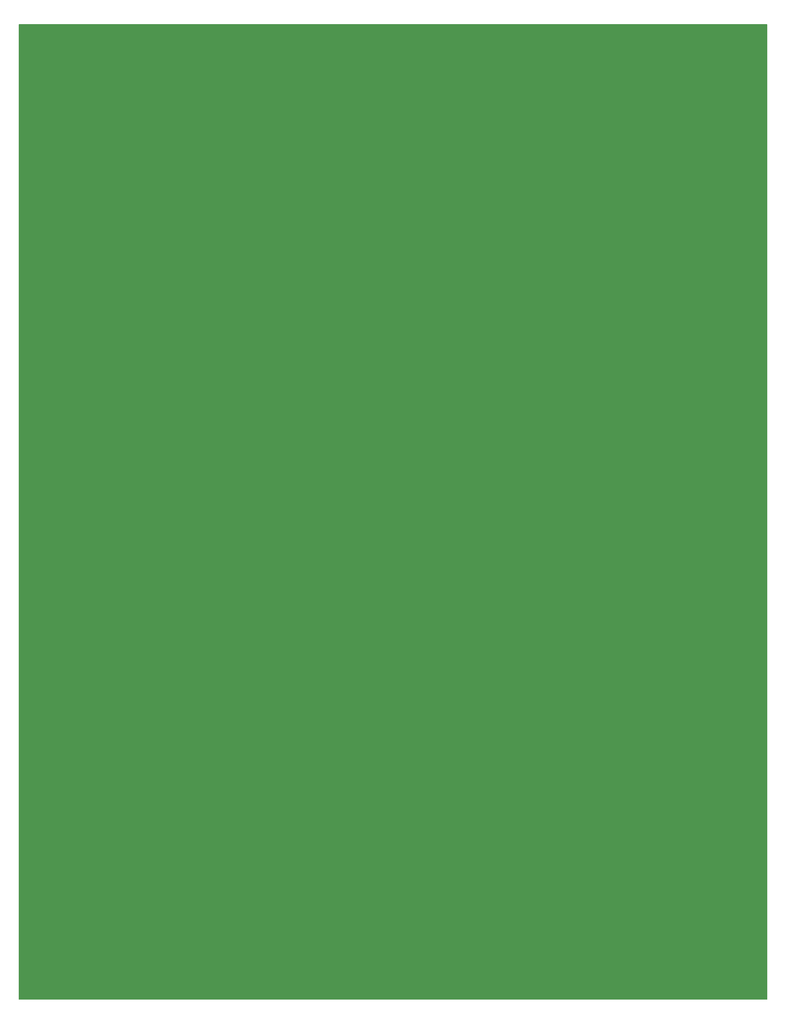
<source format=gts>
G04 #@! TF.GenerationSoftware,KiCad,Pcbnew,7.0.2*
G04 #@! TF.CreationDate,2023-05-23T01:15:53+02:00*
G04 #@! TF.ProjectId,kim-1,6b696d2d-312e-46b6-9963-61645f706362,rev?*
G04 #@! TF.SameCoordinates,Original*
G04 #@! TF.FileFunction,Soldermask,Top*
G04 #@! TF.FilePolarity,Negative*
%FSLAX46Y46*%
G04 Gerber Fmt 4.6, Leading zero omitted, Abs format (unit mm)*
G04 Created by KiCad (PCBNEW 7.0.2) date 2023-05-23 01:15:53*
%MOMM*%
%LPD*%
G01*
G04 APERTURE LIST*
G04 Aperture macros list*
%AMRoundRect*
0 Rectangle with rounded corners*
0 $1 Rounding radius*
0 $2 $3 $4 $5 $6 $7 $8 $9 X,Y pos of 4 corners*
0 Add a 4 corners polygon primitive as box body*
4,1,4,$2,$3,$4,$5,$6,$7,$8,$9,$2,$3,0*
0 Add four circle primitives for the rounded corners*
1,1,$1+$1,$2,$3*
1,1,$1+$1,$4,$5*
1,1,$1+$1,$6,$7*
1,1,$1+$1,$8,$9*
0 Add four rect primitives between the rounded corners*
20,1,$1+$1,$2,$3,$4,$5,0*
20,1,$1+$1,$4,$5,$6,$7,0*
20,1,$1+$1,$6,$7,$8,$9,0*
20,1,$1+$1,$8,$9,$2,$3,0*%
G04 Aperture macros list end*
%ADD10C,0.150000*%
%ADD11C,1.200000*%
%ADD12C,0.120000*%
%ADD13C,1.500000*%
%ADD14C,0.800000*%
%ADD15C,2.200000*%
%ADD16C,1.600000*%
%ADD17O,1.600000X1.600000*%
%ADD18C,4.300000*%
%ADD19C,2.500000*%
%ADD20O,1.200000X1.200000*%
%ADD21C,2.340000*%
%ADD22RoundRect,1.170000X1.330000X0.000000X-1.330000X0.000000X-1.330000X0.000000X1.330000X0.000000X0*%
%ADD23RoundRect,0.600000X1.000000X0.000000X-1.000000X0.000000X-1.000000X0.000000X1.000000X0.000000X0*%
%ADD24RoundRect,0.765000X0.085000X-0.735000X0.085000X0.735000X-0.085000X0.735000X-0.085000X-0.735000X0*%
%ADD25C,2.700000*%
%ADD26O,1.600000X1.500000*%
%ADD27O,2.200000X2.200000*%
%ADD28RoundRect,0.600000X0.000000X1.000000X0.000000X-1.000000X0.000000X-1.000000X0.000000X1.000000X0*%
G04 APERTURE END LIST*
D10*
X41860000Y-55020000D02*
X254760000Y-55020000D01*
X254760000Y-332220000D01*
X41860000Y-332220000D01*
X41860000Y-55020000D01*
G36*
X41860000Y-55020000D02*
G01*
X254760000Y-55020000D01*
X254760000Y-332220000D01*
X41860000Y-332220000D01*
X41860000Y-55020000D01*
G37*
G04 #@! TO.C,U11*
G36*
X174008825Y-81133954D02*
G01*
X156228825Y-81133954D01*
X156228825Y-78733954D01*
X174008825Y-78733954D01*
X174008825Y-81133954D01*
G37*
G36*
X174008825Y-88753954D02*
G01*
X156228825Y-88753954D01*
X156228825Y-86353954D01*
X174008825Y-86353954D01*
X174008825Y-88753954D01*
G37*
D11*
X174608825Y-79933954D02*
G75*
G03*
X174608825Y-79933954I-600000J0D01*
G01*
X156828825Y-79933954D02*
G75*
G03*
X156828825Y-79933954I-600000J0D01*
G01*
X174608825Y-87553954D02*
G75*
G03*
X174608825Y-87553954I-600000J0D01*
G01*
X156828825Y-87553954D02*
G75*
G03*
X156828825Y-87553954I-600000J0D01*
G01*
G04 #@! TO.C,U8*
G36*
X174008825Y-119133954D02*
G01*
X156228825Y-119133954D01*
X156228825Y-116733954D01*
X174008825Y-116733954D01*
X174008825Y-119133954D01*
G37*
G36*
X174008825Y-126753954D02*
G01*
X156228825Y-126753954D01*
X156228825Y-124353954D01*
X174008825Y-124353954D01*
X174008825Y-126753954D01*
G37*
X174608825Y-117933954D02*
G75*
G03*
X174608825Y-117933954I-600000J0D01*
G01*
X156828825Y-117933954D02*
G75*
G03*
X156828825Y-117933954I-600000J0D01*
G01*
X174608825Y-125553954D02*
G75*
G03*
X174608825Y-125553954I-600000J0D01*
G01*
X156828825Y-125553954D02*
G75*
G03*
X156828825Y-125553954I-600000J0D01*
G01*
D12*
G04 #@! TO.C,P1*
X43058825Y-68473954D02*
X53118825Y-68473954D01*
X53118825Y-68473954D02*
X53118825Y-159713954D01*
X53118825Y-159713954D02*
X43058825Y-159713954D01*
X43058825Y-159713954D02*
X43058825Y-68473954D01*
G36*
X43058825Y-68473954D02*
G01*
X53118825Y-68473954D01*
X53118825Y-159713954D01*
X43058825Y-159713954D01*
X43058825Y-68473954D01*
G37*
G04 #@! TO.C,U26*
G36*
X151368825Y-264983954D02*
G01*
X153768825Y-264983954D01*
X153768825Y-249743954D01*
X151368825Y-249743954D01*
X151368825Y-264983954D01*
G37*
G36*
X158988825Y-264983954D02*
G01*
X161388825Y-264983954D01*
X161388825Y-249743954D01*
X158988825Y-249743954D01*
X158988825Y-264983954D01*
G37*
D11*
X153168825Y-264983954D02*
G75*
G03*
X153168825Y-264983954I-600000J0D01*
G01*
X160788825Y-264983954D02*
G75*
G03*
X160788825Y-264983954I-600000J0D01*
G01*
X153168825Y-249743954D02*
G75*
G03*
X153168825Y-249743954I-600000J0D01*
G01*
X160788825Y-249743954D02*
G75*
G03*
X160788825Y-249743954I-600000J0D01*
G01*
G04 #@! TO.C,U10*
G36*
X174008825Y-93743954D02*
G01*
X156228825Y-93743954D01*
X156228825Y-91343954D01*
X174008825Y-91343954D01*
X174008825Y-93743954D01*
G37*
G36*
X174008825Y-101363954D02*
G01*
X156228825Y-101363954D01*
X156228825Y-98963954D01*
X174008825Y-98963954D01*
X174008825Y-101363954D01*
G37*
X174608825Y-92543954D02*
G75*
G03*
X174608825Y-92543954I-600000J0D01*
G01*
X156828825Y-92543954D02*
G75*
G03*
X156828825Y-92543954I-600000J0D01*
G01*
X174608825Y-100163954D02*
G75*
G03*
X174608825Y-100163954I-600000J0D01*
G01*
X156828825Y-100163954D02*
G75*
G03*
X156828825Y-100163954I-600000J0D01*
G01*
G04 #@! TO.C,U17*
G36*
X203948825Y-164233954D02*
G01*
X207748825Y-164233954D01*
X207748825Y-162833954D01*
X203948825Y-162833954D01*
X203948825Y-164233954D01*
G37*
G36*
X203948825Y-161693954D02*
G01*
X207748825Y-161693954D01*
X207748825Y-160293954D01*
X203948825Y-160293954D01*
X203948825Y-161693954D01*
G37*
G36*
X203948825Y-159153954D02*
G01*
X207748825Y-159153954D01*
X207748825Y-157753954D01*
X203948825Y-157753954D01*
X203948825Y-159153954D01*
G37*
G36*
X203948825Y-156613954D02*
G01*
X207748825Y-156613954D01*
X207748825Y-155213954D01*
X203948825Y-155213954D01*
X203948825Y-156613954D01*
G37*
G36*
X203948825Y-154073954D02*
G01*
X207748825Y-154073954D01*
X207748825Y-152673954D01*
X203948825Y-152673954D01*
X203948825Y-154073954D01*
G37*
G36*
X203948825Y-151533954D02*
G01*
X207748825Y-151533954D01*
X207748825Y-150133954D01*
X203948825Y-150133954D01*
X203948825Y-151533954D01*
G37*
G36*
X203948825Y-148993954D02*
G01*
X207748825Y-148993954D01*
X207748825Y-147593954D01*
X203948825Y-147593954D01*
X203948825Y-148993954D01*
G37*
G36*
X196328825Y-164233954D02*
G01*
X200128825Y-164233954D01*
X200128825Y-162833954D01*
X196328825Y-162833954D01*
X196328825Y-164233954D01*
G37*
G36*
X196328825Y-161693954D02*
G01*
X200128825Y-161693954D01*
X200128825Y-160293954D01*
X196328825Y-160293954D01*
X196328825Y-161693954D01*
G37*
G36*
X196328825Y-159153954D02*
G01*
X200128825Y-159153954D01*
X200128825Y-157753954D01*
X196328825Y-157753954D01*
X196328825Y-159153954D01*
G37*
G36*
X196328825Y-156613954D02*
G01*
X200128825Y-156613954D01*
X200128825Y-155213954D01*
X196328825Y-155213954D01*
X196328825Y-156613954D01*
G37*
G36*
X196328825Y-154073954D02*
G01*
X200128825Y-154073954D01*
X200128825Y-152673954D01*
X196328825Y-152673954D01*
X196328825Y-154073954D01*
G37*
G36*
X196328825Y-151533954D02*
G01*
X200128825Y-151533954D01*
X200128825Y-150133954D01*
X196328825Y-150133954D01*
X196328825Y-151533954D01*
G37*
G36*
X196328825Y-148993954D02*
G01*
X200128825Y-148993954D01*
X200128825Y-147593954D01*
X196328825Y-147593954D01*
X196328825Y-148993954D01*
G37*
G04 #@! TO.C,U24*
G36*
X158938825Y-225763954D02*
G01*
X161338825Y-225763954D01*
X161338825Y-223223954D01*
X158938825Y-223223954D01*
X158938825Y-225763954D01*
G37*
G36*
X158938825Y-207983954D02*
G01*
X161338825Y-207983954D01*
X161338825Y-215603954D01*
X158938825Y-215603954D01*
X158938825Y-207983954D01*
G37*
G36*
X158238825Y-221383954D02*
G01*
X162038825Y-221383954D01*
X162038825Y-219983954D01*
X158238825Y-219983954D01*
X158238825Y-221383954D01*
G37*
G36*
X158238825Y-218843954D02*
G01*
X162038825Y-218843954D01*
X162038825Y-217443954D01*
X158238825Y-217443954D01*
X158238825Y-218843954D01*
G37*
G36*
X151318825Y-225763954D02*
G01*
X153718825Y-225763954D01*
X153718825Y-207983954D01*
X151318825Y-207983954D01*
X151318825Y-225763954D01*
G37*
X160738825Y-225763954D02*
G75*
G03*
X160738825Y-225763954I-600000J0D01*
G01*
X160738825Y-223223954D02*
G75*
G03*
X160738825Y-223223954I-600000J0D01*
G01*
X160738825Y-215603954D02*
G75*
G03*
X160738825Y-215603954I-600000J0D01*
G01*
X160738825Y-207983954D02*
G75*
G03*
X160738825Y-207983954I-600000J0D01*
G01*
X153118825Y-225763954D02*
G75*
G03*
X153118825Y-225763954I-600000J0D01*
G01*
X153118825Y-207983954D02*
G75*
G03*
X153118825Y-207983954I-600000J0D01*
G01*
G04 #@! TO.C,U5*
G36*
X174008825Y-157043954D02*
G01*
X156228825Y-157043954D01*
X156228825Y-154643954D01*
X174008825Y-154643954D01*
X174008825Y-157043954D01*
G37*
G36*
X174008825Y-164663954D02*
G01*
X156228825Y-164663954D01*
X156228825Y-162263954D01*
X174008825Y-162263954D01*
X174008825Y-164663954D01*
G37*
X174608825Y-155843954D02*
G75*
G03*
X174608825Y-155843954I-600000J0D01*
G01*
X156828825Y-155843954D02*
G75*
G03*
X156828825Y-155843954I-600000J0D01*
G01*
X174608825Y-163463954D02*
G75*
G03*
X174608825Y-163463954I-600000J0D01*
G01*
X156828825Y-163463954D02*
G75*
G03*
X156828825Y-163463954I-600000J0D01*
G01*
G04 #@! TO.C,J1*
G36*
X193148825Y-230563954D02*
G01*
X228708825Y-230563954D01*
X228708825Y-227563954D01*
X193148825Y-227563954D01*
X193148825Y-230563954D01*
G37*
D13*
X193898825Y-229063954D02*
G75*
G03*
X193898825Y-229063954I-750000J0D01*
G01*
X229458825Y-229063954D02*
G75*
G03*
X229458825Y-229063954I-750000J0D01*
G01*
G04 #@! TO.C,U23*
G36*
X234958825Y-197703954D02*
G01*
X232558825Y-197703954D01*
X232558825Y-212943954D01*
X234958825Y-212943954D01*
X234958825Y-197703954D01*
G37*
G36*
X242578825Y-197703954D02*
G01*
X240178825Y-197703954D01*
X240178825Y-212943954D01*
X242578825Y-212943954D01*
X242578825Y-197703954D01*
G37*
D11*
X234358825Y-197703954D02*
G75*
G03*
X234358825Y-197703954I-600000J0D01*
G01*
X234358825Y-212943954D02*
G75*
G03*
X234358825Y-212943954I-600000J0D01*
G01*
X241978825Y-197703954D02*
G75*
G03*
X241978825Y-197703954I-600000J0D01*
G01*
X241978825Y-212943954D02*
G75*
G03*
X241978825Y-212943954I-600000J0D01*
G01*
G04 #@! TO.C,U25*
G36*
X151448825Y-286483954D02*
G01*
X153848825Y-286483954D01*
X153848825Y-271243954D01*
X151448825Y-271243954D01*
X151448825Y-286483954D01*
G37*
G36*
X159068825Y-286483954D02*
G01*
X161468825Y-286483954D01*
X161468825Y-271243954D01*
X159068825Y-271243954D01*
X159068825Y-286483954D01*
G37*
X153248825Y-286483954D02*
G75*
G03*
X153248825Y-286483954I-600000J0D01*
G01*
X160868825Y-286483954D02*
G75*
G03*
X160868825Y-286483954I-600000J0D01*
G01*
X153248825Y-271243954D02*
G75*
G03*
X153248825Y-271243954I-600000J0D01*
G01*
X160868825Y-271243954D02*
G75*
G03*
X160868825Y-271243954I-600000J0D01*
G01*
G04 #@! TO.C,U7*
G36*
X174008825Y-131883954D02*
G01*
X156228825Y-131883954D01*
X156228825Y-129483954D01*
X174008825Y-129483954D01*
X174008825Y-131883954D01*
G37*
G36*
X174008825Y-139503954D02*
G01*
X156228825Y-139503954D01*
X156228825Y-137103954D01*
X174008825Y-137103954D01*
X174008825Y-139503954D01*
G37*
X174608825Y-130683954D02*
G75*
G03*
X174608825Y-130683954I-600000J0D01*
G01*
X156828825Y-130683954D02*
G75*
G03*
X156828825Y-130683954I-600000J0D01*
G01*
X174608825Y-138303954D02*
G75*
G03*
X174608825Y-138303954I-600000J0D01*
G01*
X156828825Y-138303954D02*
G75*
G03*
X156828825Y-138303954I-600000J0D01*
G01*
G04 #@! TO.C,U9*
G36*
X174008825Y-106553954D02*
G01*
X156228825Y-106553954D01*
X156228825Y-104153954D01*
X174008825Y-104153954D01*
X174008825Y-106553954D01*
G37*
G36*
X174008825Y-114173954D02*
G01*
X156228825Y-114173954D01*
X156228825Y-111773954D01*
X174008825Y-111773954D01*
X174008825Y-114173954D01*
G37*
X174608825Y-105353954D02*
G75*
G03*
X174608825Y-105353954I-600000J0D01*
G01*
X156828825Y-105353954D02*
G75*
G03*
X156828825Y-105353954I-600000J0D01*
G01*
X174608825Y-112973954D02*
G75*
G03*
X174608825Y-112973954I-600000J0D01*
G01*
X156828825Y-112973954D02*
G75*
G03*
X156828825Y-112973954I-600000J0D01*
G01*
G04 #@! TO.C,U21*
G36*
X210178825Y-197703954D02*
G01*
X207778825Y-197703954D01*
X207778825Y-212943954D01*
X210178825Y-212943954D01*
X210178825Y-197703954D01*
G37*
G36*
X217798825Y-197703954D02*
G01*
X215398825Y-197703954D01*
X215398825Y-212943954D01*
X217798825Y-212943954D01*
X217798825Y-197703954D01*
G37*
X209578825Y-197703954D02*
G75*
G03*
X209578825Y-197703954I-600000J0D01*
G01*
X209578825Y-212943954D02*
G75*
G03*
X209578825Y-212943954I-600000J0D01*
G01*
X217198825Y-197703954D02*
G75*
G03*
X217198825Y-197703954I-600000J0D01*
G01*
X217198825Y-212943954D02*
G75*
G03*
X217198825Y-212943954I-600000J0D01*
G01*
G04 #@! TO.C,U12*
G36*
X174008825Y-68503954D02*
G01*
X156228825Y-68503954D01*
X156228825Y-66103954D01*
X174008825Y-66103954D01*
X174008825Y-68503954D01*
G37*
G36*
X174008825Y-76123954D02*
G01*
X156228825Y-76123954D01*
X156228825Y-73723954D01*
X174008825Y-73723954D01*
X174008825Y-76123954D01*
G37*
X174608825Y-67303954D02*
G75*
G03*
X174608825Y-67303954I-600000J0D01*
G01*
X156828825Y-67303954D02*
G75*
G03*
X156828825Y-67303954I-600000J0D01*
G01*
X174608825Y-74923954D02*
G75*
G03*
X174608825Y-74923954I-600000J0D01*
G01*
X156828825Y-74923954D02*
G75*
G03*
X156828825Y-74923954I-600000J0D01*
G01*
G04 #@! TO.C,U22*
G36*
X224148825Y-197703954D02*
G01*
X221748825Y-197703954D01*
X221748825Y-212943954D01*
X224148825Y-212943954D01*
X224148825Y-197703954D01*
G37*
G36*
X231768825Y-197703954D02*
G01*
X229368825Y-197703954D01*
X229368825Y-212943954D01*
X231768825Y-212943954D01*
X231768825Y-197703954D01*
G37*
X223548825Y-197703954D02*
G75*
G03*
X223548825Y-197703954I-600000J0D01*
G01*
X223548825Y-212943954D02*
G75*
G03*
X223548825Y-212943954I-600000J0D01*
G01*
X231168825Y-197703954D02*
G75*
G03*
X231168825Y-197703954I-600000J0D01*
G01*
X231168825Y-212943954D02*
G75*
G03*
X231168825Y-212943954I-600000J0D01*
G01*
G04 #@! TO.C,U14*
G36*
X184198825Y-115443954D02*
G01*
X186598825Y-115443954D01*
X186598825Y-100203954D01*
X184198825Y-100203954D01*
X184198825Y-115443954D01*
G37*
G36*
X191818825Y-115443954D02*
G01*
X194218825Y-115443954D01*
X194218825Y-100203954D01*
X191818825Y-100203954D01*
X191818825Y-115443954D01*
G37*
X185998825Y-115443954D02*
G75*
G03*
X185998825Y-115443954I-600000J0D01*
G01*
X193618825Y-115443954D02*
G75*
G03*
X193618825Y-115443954I-600000J0D01*
G01*
X185998825Y-100203954D02*
G75*
G03*
X185998825Y-100203954I-600000J0D01*
G01*
X193618825Y-100203954D02*
G75*
G03*
X193618825Y-100203954I-600000J0D01*
G01*
G04 #@! TO.C,U3*
G36*
X82618825Y-142203954D02*
G01*
X130878825Y-142203954D01*
X130878825Y-144603954D01*
X82618825Y-144603954D01*
X82618825Y-142203954D01*
G37*
G36*
X82618825Y-126963954D02*
G01*
X130878825Y-126963954D01*
X130878825Y-129363954D01*
X82618825Y-129363954D01*
X82618825Y-126963954D01*
G37*
X83218825Y-143403954D02*
G75*
G03*
X83218825Y-143403954I-600000J0D01*
G01*
D14*
X100798825Y-143403954D02*
G75*
G03*
X100798825Y-143403954I-400000J0D01*
G01*
X103338825Y-143403954D02*
G75*
G03*
X103338825Y-143403954I-400000J0D01*
G01*
X105878825Y-143403954D02*
G75*
G03*
X105878825Y-143403954I-400000J0D01*
G01*
X108418825Y-143403954D02*
G75*
G03*
X108418825Y-143403954I-400000J0D01*
G01*
X110958825Y-143403954D02*
G75*
G03*
X110958825Y-143403954I-400000J0D01*
G01*
X113498825Y-143403954D02*
G75*
G03*
X113498825Y-143403954I-400000J0D01*
G01*
X116038825Y-143403954D02*
G75*
G03*
X116038825Y-143403954I-400000J0D01*
G01*
X118578825Y-143403954D02*
G75*
G03*
X118578825Y-143403954I-400000J0D01*
G01*
X121118825Y-143403954D02*
G75*
G03*
X121118825Y-143403954I-400000J0D01*
G01*
D11*
X131478825Y-143403954D02*
G75*
G03*
X131478825Y-143403954I-600000J0D01*
G01*
D14*
X103338825Y-128166333D02*
G75*
G03*
X103338825Y-128166333I-400000J0D01*
G01*
X105878825Y-128166333D02*
G75*
G03*
X105878825Y-128166333I-400000J0D01*
G01*
D11*
X83218825Y-128163954D02*
G75*
G03*
X83218825Y-128163954I-600000J0D01*
G01*
D14*
X88098825Y-128163954D02*
G75*
G03*
X88098825Y-128163954I-400000J0D01*
G01*
X90638825Y-128163954D02*
G75*
G03*
X90638825Y-128163954I-400000J0D01*
G01*
X93178825Y-128163954D02*
G75*
G03*
X93178825Y-128163954I-400000J0D01*
G01*
X95718825Y-128163954D02*
G75*
G03*
X95718825Y-128163954I-400000J0D01*
G01*
X98258825Y-128163954D02*
G75*
G03*
X98258825Y-128163954I-400000J0D01*
G01*
X100798825Y-128163954D02*
G75*
G03*
X100798825Y-128163954I-400000J0D01*
G01*
X108418825Y-128163954D02*
G75*
G03*
X108418825Y-128163954I-400000J0D01*
G01*
X110958825Y-128163954D02*
G75*
G03*
X110958825Y-128163954I-400000J0D01*
G01*
X113498825Y-128163954D02*
G75*
G03*
X113498825Y-128163954I-400000J0D01*
G01*
X116038825Y-128163954D02*
G75*
G03*
X116038825Y-128163954I-400000J0D01*
G01*
X118578825Y-128163954D02*
G75*
G03*
X118578825Y-128163954I-400000J0D01*
G01*
D11*
X131478825Y-128163954D02*
G75*
G03*
X131478825Y-128163954I-600000J0D01*
G01*
G04 #@! TO.C,U4*
G36*
X96628825Y-237223954D02*
G01*
X94228825Y-237223954D01*
X94228825Y-255003954D01*
X96628825Y-255003954D01*
X96628825Y-237223954D01*
G37*
G36*
X89008825Y-237223954D02*
G01*
X86608825Y-237223954D01*
X86608825Y-255003954D01*
X89008825Y-255003954D01*
X89008825Y-237223954D01*
G37*
X88408825Y-237223954D02*
G75*
G03*
X88408825Y-237223954I-600000J0D01*
G01*
X88408825Y-255003954D02*
G75*
G03*
X88408825Y-255003954I-600000J0D01*
G01*
X96028825Y-237223954D02*
G75*
G03*
X96028825Y-237223954I-600000J0D01*
G01*
X96028825Y-255003954D02*
G75*
G03*
X96028825Y-255003954I-600000J0D01*
G01*
G04 #@! TO.C,U16*
G36*
X120818825Y-228283954D02*
G01*
X118418825Y-228283954D01*
X118418825Y-243523954D01*
X120818825Y-243523954D01*
X120818825Y-228283954D01*
G37*
G36*
X113198825Y-228283954D02*
G01*
X110798825Y-228283954D01*
X110798825Y-243523954D01*
X113198825Y-243523954D01*
X113198825Y-228283954D01*
G37*
X120218825Y-228283954D02*
G75*
G03*
X120218825Y-228283954I-600000J0D01*
G01*
X112598825Y-228283954D02*
G75*
G03*
X112598825Y-228283954I-600000J0D01*
G01*
X120218825Y-243523954D02*
G75*
G03*
X120218825Y-243523954I-600000J0D01*
G01*
X112598825Y-243523954D02*
G75*
G03*
X112598825Y-243523954I-600000J0D01*
G01*
G04 #@! TO.C,U2*
G36*
X82618825Y-175223954D02*
G01*
X130878825Y-175223954D01*
X130878825Y-177623954D01*
X82618825Y-177623954D01*
X82618825Y-175223954D01*
G37*
G36*
X82618825Y-159983954D02*
G01*
X130878825Y-159983954D01*
X130878825Y-162383954D01*
X82618825Y-162383954D01*
X82618825Y-159983954D01*
G37*
X83218825Y-176423954D02*
G75*
G03*
X83218825Y-176423954I-600000J0D01*
G01*
X131478825Y-176423954D02*
G75*
G03*
X131478825Y-176423954I-600000J0D01*
G01*
X83218825Y-161183954D02*
G75*
G03*
X83218825Y-161183954I-600000J0D01*
G01*
X131478825Y-161183954D02*
G75*
G03*
X131478825Y-161183954I-600000J0D01*
G01*
G04 #@! TO.C,U28*
G36*
X125808825Y-281433954D02*
G01*
X123408825Y-281433954D01*
X123408825Y-289053954D01*
X125808825Y-289053954D01*
X125808825Y-281433954D01*
G37*
G36*
X133428825Y-281433954D02*
G01*
X131028825Y-281433954D01*
X131028825Y-289053954D01*
X133428825Y-289053954D01*
X133428825Y-281433954D01*
G37*
X125208825Y-281433954D02*
G75*
G03*
X125208825Y-281433954I-600000J0D01*
G01*
X125208825Y-289053954D02*
G75*
G03*
X125208825Y-289053954I-600000J0D01*
G01*
X132828825Y-281433954D02*
G75*
G03*
X132828825Y-281433954I-600000J0D01*
G01*
X132828825Y-289053954D02*
G75*
G03*
X132828825Y-289053954I-600000J0D01*
G01*
G04 #@! TO.C,U1*
G36*
X130878825Y-92733954D02*
G01*
X82618825Y-92733954D01*
X82618825Y-90333954D01*
X130878825Y-90333954D01*
X130878825Y-92733954D01*
G37*
G36*
X118178825Y-107973954D02*
G01*
X115638825Y-107973954D01*
X115638825Y-105573954D01*
X118178825Y-105573954D01*
X118178825Y-107973954D01*
G37*
G36*
X110558825Y-107973954D02*
G01*
X82618825Y-107973954D01*
X82618825Y-105573954D01*
X110558825Y-105573954D01*
X110558825Y-107973954D01*
G37*
G36*
X131678825Y-108673954D02*
G01*
X130078825Y-108673954D01*
X130078825Y-104873954D01*
X131678825Y-104873954D01*
X131678825Y-108673954D01*
G37*
G36*
X129138825Y-108673954D02*
G01*
X127538825Y-108673954D01*
X127538825Y-104873954D01*
X129138825Y-104873954D01*
X129138825Y-108673954D01*
G37*
G36*
X126598825Y-108673954D02*
G01*
X124998825Y-108673954D01*
X124998825Y-104873954D01*
X126598825Y-104873954D01*
X126598825Y-108673954D01*
G37*
G36*
X124058825Y-108673954D02*
G01*
X122458825Y-108673954D01*
X122458825Y-104873954D01*
X124058825Y-104873954D01*
X124058825Y-108673954D01*
G37*
G36*
X121518825Y-108673954D02*
G01*
X119918825Y-108673954D01*
X119918825Y-104873954D01*
X121518825Y-104873954D01*
X121518825Y-108673954D01*
G37*
G36*
X113898825Y-108673954D02*
G01*
X112298825Y-108673954D01*
X112298825Y-104873954D01*
X113898825Y-104873954D01*
X113898825Y-108673954D01*
G37*
X131478825Y-91533954D02*
G75*
G03*
X131478825Y-91533954I-600000J0D01*
G01*
X83218825Y-91533954D02*
G75*
G03*
X83218825Y-91533954I-600000J0D01*
G01*
X118778825Y-106773954D02*
G75*
G03*
X118778825Y-106773954I-600000J0D01*
G01*
X116238825Y-106773954D02*
G75*
G03*
X116238825Y-106773954I-600000J0D01*
G01*
X111158825Y-106773954D02*
G75*
G03*
X111158825Y-106773954I-600000J0D01*
G01*
X83218825Y-106773954D02*
G75*
G03*
X83218825Y-106773954I-600000J0D01*
G01*
G04 #@! TO.C,U20*
G36*
X199408825Y-197703954D02*
G01*
X197008825Y-197703954D01*
X197008825Y-212943954D01*
X199408825Y-212943954D01*
X199408825Y-197703954D01*
G37*
G36*
X207028825Y-197703954D02*
G01*
X204628825Y-197703954D01*
X204628825Y-212943954D01*
X207028825Y-212943954D01*
X207028825Y-197703954D01*
G37*
X198808825Y-197703954D02*
G75*
G03*
X198808825Y-197703954I-600000J0D01*
G01*
X198808825Y-212943954D02*
G75*
G03*
X198808825Y-212943954I-600000J0D01*
G01*
X206428825Y-197703954D02*
G75*
G03*
X206428825Y-197703954I-600000J0D01*
G01*
X206428825Y-212943954D02*
G75*
G03*
X206428825Y-212943954I-600000J0D01*
G01*
G04 #@! TO.C,U13*
G36*
X184198825Y-140663954D02*
G01*
X186598825Y-140663954D01*
X186598825Y-125423954D01*
X184198825Y-125423954D01*
X184198825Y-140663954D01*
G37*
G36*
X191818825Y-140663954D02*
G01*
X194218825Y-140663954D01*
X194218825Y-125423954D01*
X191818825Y-125423954D01*
X191818825Y-140663954D01*
G37*
X185998825Y-140663954D02*
G75*
G03*
X185998825Y-140663954I-600000J0D01*
G01*
X193618825Y-140663954D02*
G75*
G03*
X193618825Y-140663954I-600000J0D01*
G01*
X185998825Y-125423954D02*
G75*
G03*
X185998825Y-125423954I-600000J0D01*
G01*
X193618825Y-125423954D02*
G75*
G03*
X193618825Y-125423954I-600000J0D01*
G01*
G04 #@! TO.C,U18*
G36*
X177838825Y-197703954D02*
G01*
X175438825Y-197703954D01*
X175438825Y-212943954D01*
X177838825Y-212943954D01*
X177838825Y-197703954D01*
G37*
G36*
X185458825Y-197703954D02*
G01*
X183058825Y-197703954D01*
X183058825Y-212943954D01*
X185458825Y-212943954D01*
X185458825Y-197703954D01*
G37*
X177238825Y-197703954D02*
G75*
G03*
X177238825Y-197703954I-600000J0D01*
G01*
X177238825Y-212943954D02*
G75*
G03*
X177238825Y-212943954I-600000J0D01*
G01*
X184858825Y-197703954D02*
G75*
G03*
X184858825Y-197703954I-600000J0D01*
G01*
X184858825Y-212943954D02*
G75*
G03*
X184858825Y-212943954I-600000J0D01*
G01*
G04 #@! TO.C,U27*
G36*
X96728825Y-275163954D02*
G01*
X94328825Y-275163954D01*
X94328825Y-290403954D01*
X96728825Y-290403954D01*
X96728825Y-275163954D01*
G37*
G36*
X89108825Y-275163954D02*
G01*
X86708825Y-275163954D01*
X86708825Y-290403954D01*
X89108825Y-290403954D01*
X89108825Y-275163954D01*
G37*
X96128825Y-275163954D02*
G75*
G03*
X96128825Y-275163954I-600000J0D01*
G01*
X88508825Y-275163954D02*
G75*
G03*
X88508825Y-275163954I-600000J0D01*
G01*
X96128825Y-290403954D02*
G75*
G03*
X96128825Y-290403954I-600000J0D01*
G01*
X88508825Y-290403954D02*
G75*
G03*
X88508825Y-290403954I-600000J0D01*
G01*
D12*
G04 #@! TO.C,P2*
X43058825Y-227473954D02*
X53118825Y-227473954D01*
X53118825Y-227473954D02*
X53118825Y-318713954D01*
X53118825Y-318713954D02*
X43058825Y-318713954D01*
X43058825Y-318713954D02*
X43058825Y-227473954D01*
G36*
X43058825Y-227473954D02*
G01*
X53118825Y-227473954D01*
X53118825Y-318713954D01*
X43058825Y-318713954D01*
X43058825Y-227473954D01*
G37*
G04 #@! TO.C,U6*
G36*
X174008825Y-144463954D02*
G01*
X156228825Y-144463954D01*
X156228825Y-142063954D01*
X174008825Y-142063954D01*
X174008825Y-144463954D01*
G37*
G36*
X174008825Y-152083954D02*
G01*
X156228825Y-152083954D01*
X156228825Y-149683954D01*
X174008825Y-149683954D01*
X174008825Y-152083954D01*
G37*
D11*
X174608825Y-143263954D02*
G75*
G03*
X174608825Y-143263954I-600000J0D01*
G01*
X156828825Y-143263954D02*
G75*
G03*
X156828825Y-143263954I-600000J0D01*
G01*
X174608825Y-150883954D02*
G75*
G03*
X174608825Y-150883954I-600000J0D01*
G01*
X156828825Y-150883954D02*
G75*
G03*
X156828825Y-150883954I-600000J0D01*
G01*
G04 #@! TO.C,U15*
G36*
X120818825Y-248628954D02*
G01*
X118418825Y-248628954D01*
X118418825Y-263868954D01*
X120818825Y-263868954D01*
X120818825Y-248628954D01*
G37*
G36*
X113198825Y-248628954D02*
G01*
X110798825Y-248628954D01*
X110798825Y-263868954D01*
X113198825Y-263868954D01*
X113198825Y-248628954D01*
G37*
X120218825Y-248628954D02*
G75*
G03*
X120218825Y-248628954I-600000J0D01*
G01*
X112598825Y-248628954D02*
G75*
G03*
X112598825Y-248628954I-600000J0D01*
G01*
X120218825Y-263868954D02*
G75*
G03*
X120218825Y-263868954I-600000J0D01*
G01*
X112598825Y-263868954D02*
G75*
G03*
X112598825Y-263868954I-600000J0D01*
G01*
G04 #@! TO.C,U19*
G36*
X188588825Y-197703954D02*
G01*
X186188825Y-197703954D01*
X186188825Y-212943954D01*
X188588825Y-212943954D01*
X188588825Y-197703954D01*
G37*
G36*
X196208825Y-197703954D02*
G01*
X193808825Y-197703954D01*
X193808825Y-212943954D01*
X196208825Y-212943954D01*
X196208825Y-197703954D01*
G37*
X187988825Y-197703954D02*
G75*
G03*
X187988825Y-197703954I-600000J0D01*
G01*
X187988825Y-212943954D02*
G75*
G03*
X187988825Y-212943954I-600000J0D01*
G01*
X195608825Y-197703954D02*
G75*
G03*
X195608825Y-197703954I-600000J0D01*
G01*
X195608825Y-212943954D02*
G75*
G03*
X195608825Y-212943954I-600000J0D01*
G01*
G04 #@! TD*
D15*
G04 #@! TO.C,C14*
X103118825Y-303113954D03*
X80258825Y-303113954D03*
G04 #@! TD*
D16*
G04 #@! TO.C,R27*
X215958825Y-159725954D03*
D17*
X228658825Y-159725954D03*
G04 #@! TD*
D15*
G04 #@! TO.C,C6*
X73858825Y-309403954D03*
X73858825Y-271303954D03*
G04 #@! TD*
D18*
G04 #@! TO.C,H13*
X198928825Y-311063954D03*
G04 #@! TD*
D19*
G04 #@! TO.C,H15*
X188428825Y-288063954D03*
G04 #@! TD*
D20*
G04 #@! TO.C,U11*
X174008825Y-79933954D03*
X171468825Y-79933954D03*
X168928825Y-79933954D03*
X166388825Y-79933954D03*
X163848825Y-79933954D03*
X161308825Y-79933954D03*
X158768825Y-79933954D03*
X156228825Y-79933954D03*
X156228825Y-87553954D03*
X158768825Y-87553954D03*
X161308825Y-87553954D03*
X163848825Y-87553954D03*
X166388825Y-87553954D03*
X168928825Y-87553954D03*
X171468825Y-87553954D03*
X174008825Y-87553954D03*
G04 #@! TD*
D16*
G04 #@! TO.C,R33*
X82848825Y-284103954D03*
D17*
X82848825Y-296803954D03*
G04 #@! TD*
D16*
G04 #@! TO.C,Q1*
X192498825Y-191338954D03*
X190593825Y-189433954D03*
X192498825Y-187528954D03*
G04 #@! TD*
D20*
G04 #@! TO.C,U8*
X174008825Y-117933954D03*
X171468825Y-117933954D03*
X168928825Y-117933954D03*
X166388825Y-117933954D03*
X163848825Y-117933954D03*
X161308825Y-117933954D03*
X158768825Y-117933954D03*
X156228825Y-117933954D03*
X156228825Y-125553954D03*
X158768825Y-125553954D03*
X161308825Y-125553954D03*
X163848825Y-125553954D03*
X166388825Y-125553954D03*
X168928825Y-125553954D03*
X171468825Y-125553954D03*
X174008825Y-125553954D03*
G04 #@! TD*
D15*
G04 #@! TO.C,C5*
X127108825Y-234783954D03*
X170288825Y-234783954D03*
G04 #@! TD*
D16*
G04 #@! TO.C,R2*
X129628825Y-80143954D03*
D17*
X129628825Y-67143954D03*
G04 #@! TD*
D16*
G04 #@! TO.C,R41*
X188008825Y-172343954D03*
D17*
X188008825Y-185043954D03*
G04 #@! TD*
D18*
G04 #@! TO.C,H2*
X245678825Y-65103954D03*
G04 #@! TD*
G04 #@! TO.C,H3*
X61178825Y-323103954D03*
G04 #@! TD*
D21*
G04 #@! TO.C,VR1*
X104838825Y-285008954D03*
D22*
X115838825Y-296383954D03*
X115838825Y-282633954D03*
D21*
X104838825Y-294008954D03*
G04 #@! TD*
D17*
G04 #@! TO.C,U26*
X160188825Y-264983954D03*
X160188825Y-262443954D03*
X160188825Y-259903954D03*
X160188825Y-257363954D03*
X160188825Y-254823954D03*
X160188825Y-252283954D03*
X160188825Y-249743954D03*
X152568825Y-249743954D03*
X152568825Y-252283954D03*
X152568825Y-254823954D03*
X152568825Y-257363954D03*
X152568825Y-259903954D03*
X152568825Y-262443954D03*
X152568825Y-264983954D03*
G04 #@! TD*
D16*
G04 #@! TO.C,R6*
X141148825Y-248628954D03*
D17*
X141148825Y-261328954D03*
G04 #@! TD*
D16*
G04 #@! TO.C,R36*
X85338825Y-258743954D03*
D17*
X98038825Y-258743954D03*
G04 #@! TD*
D15*
G04 #@! TO.C,R49*
X66418825Y-298123954D03*
X66418825Y-280123954D03*
G04 #@! TD*
D20*
G04 #@! TO.C,U10*
X174008825Y-92543954D03*
X171468825Y-92543954D03*
X168928825Y-92543954D03*
X166388825Y-92543954D03*
X163848825Y-92543954D03*
X161308825Y-92543954D03*
X158768825Y-92543954D03*
X156228825Y-92543954D03*
X156228825Y-100163954D03*
X158768825Y-100163954D03*
X161308825Y-100163954D03*
X163848825Y-100163954D03*
X166388825Y-100163954D03*
X168928825Y-100163954D03*
X171468825Y-100163954D03*
X174008825Y-100163954D03*
G04 #@! TD*
D16*
G04 #@! TO.C,R3*
X124488825Y-80143954D03*
D17*
X124488825Y-67143954D03*
G04 #@! TD*
D20*
G04 #@! TO.C,U17*
X205848825Y-163533954D03*
D23*
X205848825Y-163533954D03*
D20*
X205848825Y-160993954D03*
D23*
X205848825Y-160993954D03*
D20*
X205848825Y-158453954D03*
D23*
X205848825Y-158453954D03*
D20*
X205848825Y-155913954D03*
D23*
X205848825Y-155913954D03*
D20*
X205848825Y-153373954D03*
D23*
X205848825Y-153373954D03*
D20*
X205848825Y-150833954D03*
D23*
X205848825Y-150833954D03*
D20*
X205848825Y-148293954D03*
D23*
X205848825Y-148293954D03*
D20*
X198228825Y-148293954D03*
D23*
X198228825Y-148293954D03*
D20*
X198228825Y-150833954D03*
D23*
X198228825Y-150833954D03*
D20*
X198228825Y-153373954D03*
D23*
X198228825Y-153373954D03*
D20*
X198228825Y-155913954D03*
D23*
X198228825Y-155913954D03*
D20*
X198228825Y-158453954D03*
D23*
X198228825Y-158453954D03*
D20*
X198228825Y-160993954D03*
D23*
X198228825Y-160993954D03*
D20*
X198228825Y-163533954D03*
D23*
X198228825Y-163533954D03*
G04 #@! TD*
D15*
G04 #@! TO.C,R48*
X61288825Y-301953954D03*
X61288825Y-283953954D03*
G04 #@! TD*
D16*
G04 #@! TO.C,R29*
X215958825Y-154645954D03*
D17*
X228658825Y-154645954D03*
G04 #@! TD*
G04 #@! TO.C,U24*
X160138825Y-225763954D03*
X160138825Y-223223954D03*
D20*
X160138825Y-220683954D03*
X160138825Y-218143954D03*
D17*
X160138825Y-215603954D03*
X160138825Y-213063954D03*
X160138825Y-210523954D03*
X160138825Y-207983954D03*
X152518825Y-207983954D03*
X152518825Y-210523954D03*
X152518825Y-213063954D03*
X152518825Y-215603954D03*
X152518825Y-218143954D03*
X152518825Y-220683954D03*
X152518825Y-223223954D03*
X152518825Y-225763954D03*
G04 #@! TD*
D18*
G04 #@! TO.C,H11*
X210928825Y-276063954D03*
G04 #@! TD*
D16*
G04 #@! TO.C,R16*
X136108825Y-261328954D03*
D17*
X136108825Y-248628954D03*
G04 #@! TD*
D16*
G04 #@! TO.C,R10*
X129748825Y-313093954D03*
D17*
X117048825Y-313093954D03*
G04 #@! TD*
D20*
G04 #@! TO.C,U5*
X174008825Y-155843954D03*
X171468825Y-155843954D03*
X168928825Y-155843954D03*
X166388825Y-155843954D03*
X163848825Y-155843954D03*
X161308825Y-155843954D03*
X158768825Y-155843954D03*
X156228825Y-155843954D03*
X156228825Y-163463954D03*
X158768825Y-163463954D03*
X161308825Y-163463954D03*
X163848825Y-163463954D03*
X166388825Y-163463954D03*
X168928825Y-163463954D03*
X171468825Y-163463954D03*
X174008825Y-163463954D03*
G04 #@! TD*
D16*
G04 #@! TO.C,C18*
X132098825Y-80143954D03*
X132098825Y-67143954D03*
G04 #@! TD*
D17*
G04 #@! TO.C,CR1*
X98038825Y-269023954D03*
X85338825Y-269023954D03*
G04 #@! TD*
D15*
G04 #@! TO.C,C10*
X136118825Y-285823954D03*
X136118825Y-308683954D03*
G04 #@! TD*
D16*
G04 #@! TO.C,R31*
X228658825Y-162263954D03*
D17*
X228658825Y-174963954D03*
G04 #@! TD*
G04 #@! TO.C,CR3*
X100558825Y-296903954D03*
X87858825Y-296903954D03*
G04 #@! TD*
D16*
G04 #@! TO.C,R44*
X207158825Y-172343954D03*
D17*
X207158825Y-185043954D03*
G04 #@! TD*
D16*
G04 #@! TO.C,R1*
X119358825Y-80143954D03*
D17*
X119358825Y-67143954D03*
G04 #@! TD*
D16*
G04 #@! TO.C,R50*
X120878825Y-276333954D03*
D17*
X108178825Y-276333954D03*
G04 #@! TD*
D24*
G04 #@! TO.C,J1*
X193148825Y-229063954D03*
X195688825Y-229063954D03*
X198228825Y-229063954D03*
X200768825Y-229063954D03*
X203308825Y-229063954D03*
X205848825Y-229063954D03*
X208388825Y-229063954D03*
X210928825Y-229063954D03*
X213468825Y-229063954D03*
X216008825Y-229063954D03*
X218548825Y-229063954D03*
X221088825Y-229063954D03*
X223628825Y-229063954D03*
X226168825Y-229063954D03*
X228708825Y-229063954D03*
G04 #@! TD*
D20*
G04 #@! TO.C,U23*
X233758825Y-197703954D03*
X233758825Y-200243954D03*
X233758825Y-202783954D03*
X233758825Y-205323954D03*
X233758825Y-207863954D03*
X233758825Y-210403954D03*
X233758825Y-212943954D03*
D16*
X241378825Y-212943954D03*
X241378825Y-210403954D03*
X241378825Y-207863954D03*
X241378825Y-205323954D03*
X241378825Y-202783954D03*
X241378825Y-200243954D03*
X241378825Y-197703954D03*
G04 #@! TD*
D17*
G04 #@! TO.C,U25*
X160268825Y-286483954D03*
X160268825Y-283943954D03*
X160268825Y-281403954D03*
X160268825Y-278863954D03*
X160268825Y-276323954D03*
X160268825Y-273783954D03*
X160268825Y-271243954D03*
X152648825Y-271243954D03*
X152648825Y-273783954D03*
X152648825Y-276323954D03*
X152648825Y-278863954D03*
X152648825Y-281403954D03*
X152648825Y-283943954D03*
X152648825Y-286483954D03*
G04 #@! TD*
D16*
G04 #@! TO.C,Q7*
X142328825Y-244043954D03*
X140423825Y-245948954D03*
X138518825Y-244043954D03*
G04 #@! TD*
D17*
G04 #@! TO.C,CR8*
X119388825Y-64463954D03*
X132088825Y-64463954D03*
G04 #@! TD*
D18*
G04 #@! TO.C,H12*
X176178825Y-312603954D03*
G04 #@! TD*
D20*
G04 #@! TO.C,U7*
X174008825Y-130683954D03*
X171468825Y-130683954D03*
X168928825Y-130683954D03*
X166388825Y-130683954D03*
X163848825Y-130683954D03*
X161308825Y-130683954D03*
X158768825Y-130683954D03*
X156228825Y-130683954D03*
X156228825Y-138303954D03*
X158768825Y-138303954D03*
X161308825Y-138303954D03*
X163848825Y-138303954D03*
X166388825Y-138303954D03*
X168928825Y-138303954D03*
X171468825Y-138303954D03*
X174008825Y-138303954D03*
G04 #@! TD*
D18*
G04 #@! TO.C,H8*
X245678825Y-246603954D03*
G04 #@! TD*
D16*
G04 #@! TO.C,R32*
X234918825Y-149563954D03*
D17*
X234918825Y-162263954D03*
G04 #@! TD*
D16*
G04 #@! TO.C,Q5*
X217898825Y-191338954D03*
X215993825Y-189433954D03*
X217898825Y-187528954D03*
G04 #@! TD*
G04 #@! TO.C,R28*
X215958825Y-157185954D03*
D17*
X228658825Y-157185954D03*
G04 #@! TD*
D16*
G04 #@! TO.C,Q6*
X224190825Y-191338954D03*
X222285825Y-189433954D03*
X224190825Y-187528954D03*
G04 #@! TD*
G04 #@! TO.C,R30*
X215958825Y-152105954D03*
D17*
X228658825Y-152105954D03*
G04 #@! TD*
D15*
G04 #@! TO.C,C8*
X142498825Y-308713954D03*
X142498825Y-273153954D03*
G04 #@! TD*
D16*
G04 #@! TO.C,R40*
X125908825Y-248628954D03*
D17*
X125908825Y-261328954D03*
G04 #@! TD*
D20*
G04 #@! TO.C,U9*
X174008825Y-105353954D03*
X171468825Y-105353954D03*
X168928825Y-105353954D03*
X166388825Y-105353954D03*
X163848825Y-105353954D03*
X161308825Y-105353954D03*
X158768825Y-105353954D03*
X156228825Y-105353954D03*
X156228825Y-112973954D03*
X158768825Y-112973954D03*
X161308825Y-112973954D03*
X163848825Y-112973954D03*
X166388825Y-112973954D03*
X168928825Y-112973954D03*
X171468825Y-112973954D03*
X174008825Y-112973954D03*
G04 #@! TD*
G04 #@! TO.C,U21*
X208978825Y-197703954D03*
X208978825Y-200243954D03*
X208978825Y-202783954D03*
X208978825Y-205323954D03*
X208978825Y-207863954D03*
X208978825Y-210403954D03*
X208978825Y-212943954D03*
X216598825Y-212943954D03*
X216598825Y-210403954D03*
X216598825Y-207863954D03*
X216598825Y-205323954D03*
X216598825Y-202783954D03*
X216598825Y-200243954D03*
X216598825Y-197703954D03*
G04 #@! TD*
D15*
G04 #@! TO.C,C3*
X129728825Y-316233954D03*
X167828825Y-316233954D03*
G04 #@! TD*
G04 #@! TO.C,C16*
X147368825Y-138363954D03*
X147368825Y-102803954D03*
G04 #@! TD*
G04 #@! TO.C,C11*
X106888825Y-301903954D03*
X129748825Y-301903954D03*
G04 #@! TD*
D25*
G04 #@! TO.C,X1*
X186728825Y-81783954D03*
X186728825Y-69443954D03*
G04 #@! TD*
D18*
G04 #@! TO.C,H6*
X198928825Y-241063954D03*
G04 #@! TD*
D17*
G04 #@! TO.C,CR4*
X87858825Y-299493954D03*
X100558825Y-299493954D03*
G04 #@! TD*
D16*
G04 #@! TO.C,R18*
X190588825Y-185043954D03*
D17*
X190588825Y-172343954D03*
G04 #@! TD*
D15*
G04 #@! TO.C,C2*
X171648825Y-317443954D03*
X171648825Y-279343954D03*
G04 #@! TD*
D16*
G04 #@! TO.C,R11*
X132378825Y-299383954D03*
D17*
X132378825Y-312083954D03*
G04 #@! TD*
G04 #@! TO.C,U12*
X174008825Y-67303954D03*
X171468825Y-67303954D03*
X168928825Y-67303954D03*
D26*
X166388825Y-67303954D03*
D17*
X163848825Y-67303954D03*
X161308825Y-67303954D03*
X158768825Y-67303954D03*
X156228825Y-67303954D03*
D20*
X156228825Y-74923954D03*
X158768825Y-74923954D03*
X161308825Y-74923954D03*
X163848825Y-74923954D03*
X166388825Y-74923954D03*
X168928825Y-74923954D03*
X171468825Y-74923954D03*
X174008825Y-74923954D03*
G04 #@! TD*
D18*
G04 #@! TO.C,H9*
X188428825Y-264063954D03*
G04 #@! TD*
D20*
G04 #@! TO.C,U22*
X222948825Y-197703954D03*
X222948825Y-200243954D03*
X222948825Y-202783954D03*
X222948825Y-205323954D03*
X222948825Y-207863954D03*
X222948825Y-210403954D03*
X222948825Y-212943954D03*
X230568825Y-212943954D03*
X230568825Y-210403954D03*
X230568825Y-207863954D03*
X230568825Y-205323954D03*
X230568825Y-202783954D03*
X230568825Y-200243954D03*
X230568825Y-197703954D03*
G04 #@! TD*
D17*
G04 #@! TO.C,U14*
X193018825Y-115443954D03*
X193018825Y-112903954D03*
X193018825Y-110363954D03*
X193018825Y-107823954D03*
X193018825Y-105283954D03*
X193018825Y-102743954D03*
X193018825Y-100203954D03*
X185398825Y-100203954D03*
X185398825Y-102743954D03*
X185398825Y-105283954D03*
X185398825Y-107823954D03*
X185398825Y-110363954D03*
X185398825Y-112903954D03*
X185398825Y-115443954D03*
G04 #@! TD*
G04 #@! TO.C,U3*
X82618825Y-143403954D03*
X85158825Y-143403954D03*
X87698825Y-143403954D03*
X90238825Y-143403954D03*
X92778825Y-143403954D03*
X95318825Y-143403954D03*
X97858825Y-143403954D03*
D20*
X100398825Y-143403954D03*
X102938825Y-143403954D03*
X105478825Y-143403954D03*
X108018825Y-143403954D03*
X110558825Y-143403954D03*
X113098825Y-143403954D03*
X115638825Y-143403954D03*
X118178825Y-143403954D03*
X120718825Y-143403954D03*
D17*
X123258825Y-143403954D03*
X125798825Y-143403954D03*
X128338825Y-143403954D03*
X130878825Y-143403954D03*
X130878825Y-128163954D03*
X128338825Y-128163954D03*
X125798825Y-128163954D03*
X123258825Y-128163954D03*
X120718825Y-128163954D03*
D20*
X118178825Y-128163954D03*
X115638825Y-128163954D03*
X113098825Y-128163954D03*
X110558825Y-128163954D03*
X108018825Y-128163954D03*
X105478825Y-128163954D03*
X102938825Y-128163954D03*
X100398825Y-128163954D03*
X97858825Y-128163954D03*
X95318825Y-128163954D03*
X92778825Y-128163954D03*
X90238825Y-128163954D03*
X87698825Y-128163954D03*
D17*
X85158825Y-128163954D03*
X82618825Y-128163954D03*
G04 #@! TD*
D16*
G04 #@! TO.C,R52*
X136108825Y-276333954D03*
D17*
X123408825Y-276333954D03*
G04 #@! TD*
D27*
G04 #@! TO.C,CR6*
X148658825Y-268103954D03*
X161358825Y-268103954D03*
G04 #@! TD*
D17*
G04 #@! TO.C,U4*
X87808825Y-237223954D03*
X87808825Y-239763954D03*
X87808825Y-242303954D03*
X87808825Y-244843954D03*
X87808825Y-247383954D03*
X87808825Y-249923954D03*
X87808825Y-252463954D03*
X87808825Y-255003954D03*
X95428825Y-255003954D03*
X95428825Y-252463954D03*
X95428825Y-249923954D03*
X95428825Y-247383954D03*
X95428825Y-244843954D03*
X95428825Y-242303954D03*
X95428825Y-239763954D03*
X95428825Y-237223954D03*
G04 #@! TD*
G04 #@! TO.C,U16*
X111998825Y-228283954D03*
X111998825Y-230823954D03*
X111998825Y-233363954D03*
X111998825Y-235903954D03*
X111998825Y-238443954D03*
X111998825Y-240983954D03*
X111998825Y-243523954D03*
X119618825Y-243523954D03*
X119618825Y-240983954D03*
X119618825Y-238443954D03*
X119618825Y-235903954D03*
X119618825Y-233363954D03*
X119618825Y-230823954D03*
X119618825Y-228283954D03*
G04 #@! TD*
D16*
G04 #@! TO.C,R47*
X157638825Y-242253954D03*
D17*
X144938825Y-242253954D03*
G04 #@! TD*
D15*
G04 #@! TO.C,C12*
X82788825Y-313043954D03*
X113268825Y-313043954D03*
G04 #@! TD*
D16*
G04 #@! TO.C,R39*
X82658825Y-210733954D03*
D17*
X82658825Y-202033954D03*
G04 #@! TD*
G04 #@! TO.C,U2*
X82618825Y-176423954D03*
X85158825Y-176423954D03*
D20*
X87698825Y-176423954D03*
X90238825Y-176423954D03*
D17*
X92778825Y-176423954D03*
D20*
X95318825Y-176423954D03*
X97858825Y-176423954D03*
X100398825Y-176423954D03*
D17*
X102938825Y-176423954D03*
X105478825Y-176423954D03*
X108018825Y-176423954D03*
X110558825Y-176423954D03*
X113098825Y-176423954D03*
X115638825Y-176423954D03*
X118178825Y-176423954D03*
D20*
X120718825Y-176423954D03*
X123258825Y-176423954D03*
X125798825Y-176423954D03*
X128338825Y-176423954D03*
X130878825Y-176423954D03*
D17*
X130878825Y-161183954D03*
X128338825Y-161183954D03*
D20*
X125798825Y-161183954D03*
X123258825Y-161183954D03*
X120718825Y-161183954D03*
X118178825Y-161183954D03*
X115638825Y-161183954D03*
X113098825Y-161183954D03*
X110558825Y-161183954D03*
X108018825Y-161183954D03*
X105478825Y-161183954D03*
X102938825Y-161183954D03*
X100398825Y-161183954D03*
X97858825Y-161183954D03*
X95318825Y-161183954D03*
X92778825Y-161183954D03*
X90238825Y-161183954D03*
X87698825Y-161183954D03*
X85158825Y-161183954D03*
D17*
X82618825Y-161183954D03*
G04 #@! TD*
D15*
G04 #@! TO.C,C4*
X130938825Y-265193954D03*
X130938825Y-242333954D03*
G04 #@! TD*
D27*
G04 #@! TO.C,CR7*
X58578825Y-172843954D03*
X58578825Y-185143954D03*
G04 #@! TD*
D19*
G04 #@! TO.C,H16*
X233428825Y-288063954D03*
G04 #@! TD*
D18*
G04 #@! TO.C,H10*
X233428825Y-264063954D03*
G04 #@! TD*
D15*
G04 #@! TO.C,C9*
X106888825Y-306863954D03*
X129748825Y-306863954D03*
G04 #@! TD*
D16*
G04 #@! TO.C,Q2*
X198934825Y-191338954D03*
X197029825Y-189433954D03*
X198934825Y-187528954D03*
G04 #@! TD*
D18*
G04 #@! TO.C,H1*
X61178825Y-65103954D03*
G04 #@! TD*
D16*
G04 #@! TO.C,R38*
X82748825Y-228443954D03*
D17*
X95448825Y-228443954D03*
G04 #@! TD*
D16*
G04 #@! TO.C,R42*
X194468825Y-172333954D03*
D17*
X194468825Y-185033954D03*
G04 #@! TD*
D15*
G04 #@! TO.C,C17*
X169728825Y-273933954D03*
X169728825Y-238373954D03*
G04 #@! TD*
D16*
G04 #@! TO.C,R37*
X82748825Y-231093954D03*
D17*
X95448825Y-231093954D03*
G04 #@! TD*
D16*
G04 #@! TO.C,R9*
X129748825Y-310483954D03*
D17*
X117048825Y-310483954D03*
G04 #@! TD*
G04 #@! TO.C,U28*
X124608825Y-281433954D03*
X124608825Y-283973954D03*
X124608825Y-286513954D03*
X124608825Y-289053954D03*
X132228825Y-289053954D03*
X132228825Y-286513954D03*
X132228825Y-283973954D03*
X132228825Y-281433954D03*
G04 #@! TD*
D20*
G04 #@! TO.C,U1*
X130878825Y-91533954D03*
X128338825Y-91533954D03*
D17*
X125798825Y-91533954D03*
D20*
X123258825Y-91533954D03*
X120718825Y-91533954D03*
D17*
X118178825Y-91533954D03*
D20*
X115638825Y-91533954D03*
X113098825Y-91533954D03*
X110558825Y-91533954D03*
X108018825Y-91533954D03*
D17*
X105478825Y-91533954D03*
X102938825Y-91533954D03*
X100398825Y-91533954D03*
X97858825Y-91533954D03*
X95318825Y-91533954D03*
X92778825Y-91533954D03*
X90238825Y-91533954D03*
X87698825Y-91533954D03*
X85158825Y-91533954D03*
X82618825Y-91533954D03*
D20*
X82618825Y-106773954D03*
X85158825Y-106773954D03*
X87698825Y-106773954D03*
D17*
X90238825Y-106773954D03*
D20*
X92778825Y-106773954D03*
X95318825Y-106773954D03*
X97858825Y-106773954D03*
X100398825Y-106773954D03*
X102938825Y-106773954D03*
X105478825Y-106773954D03*
X108018825Y-106773954D03*
X110558825Y-106773954D03*
X113098825Y-106773954D03*
D28*
X113098825Y-106773954D03*
D20*
X115638825Y-106773954D03*
X118178825Y-106773954D03*
X120718825Y-106773954D03*
D28*
X120718825Y-106773954D03*
D20*
X123258825Y-106773954D03*
D28*
X123258825Y-106773954D03*
D20*
X125798825Y-106773954D03*
D28*
X125798825Y-106773954D03*
D20*
X128338825Y-106773954D03*
D28*
X128338825Y-106773954D03*
D20*
X130878825Y-106773954D03*
D28*
X130878825Y-106773954D03*
G04 #@! TD*
D16*
G04 #@! TO.C,R14*
X98030000Y-266440000D03*
D17*
X85330000Y-266440000D03*
G04 #@! TD*
D20*
G04 #@! TO.C,U20*
X198208825Y-197703954D03*
X198208825Y-200243954D03*
X198208825Y-202783954D03*
X198208825Y-205323954D03*
X198208825Y-207863954D03*
X198208825Y-210403954D03*
X198208825Y-212943954D03*
X205828825Y-212943954D03*
X205828825Y-210403954D03*
X205828825Y-207863954D03*
X205828825Y-205323954D03*
X205828825Y-202783954D03*
X205828825Y-200243954D03*
X205828825Y-197703954D03*
G04 #@! TD*
D16*
G04 #@! TO.C,R7*
X175458825Y-264983954D03*
D17*
X175458825Y-252283954D03*
G04 #@! TD*
D15*
G04 #@! TO.C,C7*
X143118825Y-270153954D03*
X107558825Y-270153954D03*
G04 #@! TD*
G04 #@! TO.C,C1*
X58588825Y-213083954D03*
X58588825Y-190223954D03*
G04 #@! TD*
D18*
G04 #@! TO.C,H14*
X222928825Y-311063954D03*
G04 #@! TD*
G04 #@! TO.C,H7*
X222928825Y-241063954D03*
G04 #@! TD*
D17*
G04 #@! TO.C,CR2*
X85338825Y-271543954D03*
X98038825Y-271543954D03*
G04 #@! TD*
D15*
G04 #@! TO.C,C15*
X200688825Y-106533954D03*
X200688825Y-142093954D03*
G04 #@! TD*
D18*
G04 #@! TO.C,H4*
X245678825Y-323103954D03*
G04 #@! TD*
D16*
G04 #@! TO.C,Q4*
X211639825Y-191338954D03*
X209734825Y-189433954D03*
X211639825Y-187528954D03*
G04 #@! TD*
G04 #@! TO.C,R24*
X162778825Y-290413954D03*
D17*
X162778825Y-303113954D03*
G04 #@! TD*
D16*
G04 #@! TO.C,Q3*
X205207825Y-191338954D03*
X203302825Y-189433954D03*
X205207825Y-187528954D03*
G04 #@! TD*
G04 #@! TO.C,R19*
X197028825Y-185043954D03*
D17*
X197028825Y-172343954D03*
G04 #@! TD*
D16*
G04 #@! TO.C,R35*
X82748825Y-233683954D03*
D17*
X95448825Y-233683954D03*
G04 #@! TD*
G04 #@! TO.C,U13*
X193018825Y-140663954D03*
X193018825Y-138123954D03*
X193018825Y-135583954D03*
X193018825Y-133043954D03*
X193018825Y-130503954D03*
X193018825Y-127963954D03*
X193018825Y-125423954D03*
X185398825Y-125423954D03*
X185398825Y-127963954D03*
X185398825Y-130503954D03*
X185398825Y-133043954D03*
X185398825Y-135583954D03*
X185398825Y-138123954D03*
X185398825Y-140663954D03*
G04 #@! TD*
G04 #@! TO.C,U18*
X176638825Y-197703954D03*
X176638825Y-200243954D03*
X176638825Y-202783954D03*
X176638825Y-205323954D03*
X176638825Y-207863954D03*
X176638825Y-210403954D03*
X176638825Y-212943954D03*
D20*
X184258825Y-212943954D03*
X184258825Y-210403954D03*
X184258825Y-207863954D03*
X184258825Y-205323954D03*
X184258825Y-202783954D03*
X184258825Y-200243954D03*
X184258825Y-197703954D03*
G04 #@! TD*
D16*
G04 #@! TO.C,R20*
X203298825Y-185043954D03*
D17*
X203298825Y-172343954D03*
G04 #@! TD*
D16*
G04 #@! TO.C,R17*
X143688825Y-261328954D03*
D17*
X143688825Y-248628954D03*
G04 #@! TD*
G04 #@! TO.C,U27*
X87908825Y-275163954D03*
X87908825Y-277703954D03*
X87908825Y-280243954D03*
X87908825Y-282783954D03*
X87908825Y-285323954D03*
X87908825Y-287863954D03*
X87908825Y-290403954D03*
X95528825Y-290403954D03*
X95528825Y-287863954D03*
X95528825Y-285323954D03*
X95528825Y-282783954D03*
X95528825Y-280243954D03*
X95528825Y-277703954D03*
X95528825Y-275163954D03*
G04 #@! TD*
D16*
G04 #@! TO.C,R34*
X80198825Y-296803954D03*
D17*
X80198825Y-284103954D03*
G04 #@! TD*
D16*
G04 #@! TO.C,R45*
X213418825Y-172343954D03*
D17*
X213418825Y-185043954D03*
G04 #@! TD*
D16*
G04 #@! TO.C,R12*
X165268825Y-290413954D03*
D17*
X165268825Y-303113954D03*
G04 #@! TD*
D16*
G04 #@! TO.C,R13*
X157738825Y-290413954D03*
D17*
X157738825Y-303113954D03*
G04 #@! TD*
D16*
G04 #@! TO.C,R25*
X160228825Y-303113954D03*
D17*
X160228825Y-290413954D03*
G04 #@! TD*
D16*
G04 #@! TO.C,R26*
X225468825Y-162263954D03*
D17*
X225468825Y-174963954D03*
G04 #@! TD*
D20*
G04 #@! TO.C,U6*
X174008825Y-143263954D03*
X171468825Y-143263954D03*
X168928825Y-143263954D03*
X166388825Y-143263954D03*
X163848825Y-143263954D03*
X161308825Y-143263954D03*
X158768825Y-143263954D03*
X156228825Y-143263954D03*
X156228825Y-150883954D03*
X158768825Y-150883954D03*
X161308825Y-150883954D03*
X163848825Y-150883954D03*
X166388825Y-150883954D03*
X168928825Y-150883954D03*
X171468825Y-150883954D03*
X174008825Y-150883954D03*
G04 #@! TD*
D16*
G04 #@! TO.C,R43*
X200738825Y-172343954D03*
D17*
X200738825Y-185043954D03*
G04 #@! TD*
D16*
G04 #@! TO.C,R53*
X134518825Y-67143954D03*
D17*
X147518825Y-67143954D03*
G04 #@! TD*
G04 #@! TO.C,U15*
X111998825Y-248628954D03*
X111998825Y-251168954D03*
X111998825Y-253708954D03*
X111998825Y-256248954D03*
X111998825Y-258788954D03*
X111998825Y-261328954D03*
X111998825Y-263868954D03*
X119618825Y-263868954D03*
X119618825Y-261328954D03*
X119618825Y-258788954D03*
X119618825Y-256248954D03*
X119618825Y-253708954D03*
X119618825Y-251168954D03*
X119618825Y-248628954D03*
G04 #@! TD*
D27*
G04 #@! TO.C,CR5*
X145628825Y-245323954D03*
X158328825Y-245323954D03*
G04 #@! TD*
D16*
G04 #@! TO.C,R8*
X82848825Y-266440000D03*
D17*
X82848825Y-279140000D03*
G04 #@! TD*
D18*
G04 #@! TO.C,H5*
X176178825Y-231603954D03*
G04 #@! TD*
D16*
G04 #@! TO.C,R15*
X85338825Y-263983954D03*
D17*
X98038825Y-263983954D03*
G04 #@! TD*
D16*
G04 #@! TO.C,R46*
X219708825Y-172343954D03*
D17*
X219708825Y-185043954D03*
G04 #@! TD*
D16*
G04 #@! TO.C,R23*
X222278825Y-185043954D03*
D17*
X222278825Y-172343954D03*
G04 #@! TD*
D16*
G04 #@! TO.C,R21*
X209728825Y-185043954D03*
D17*
X209728825Y-172343954D03*
G04 #@! TD*
D16*
G04 #@! TO.C,R22*
X215988825Y-185043954D03*
D17*
X215988825Y-172343954D03*
G04 #@! TD*
D16*
G04 #@! TO.C,R4*
X151328825Y-290413954D03*
D17*
X151328825Y-303113954D03*
G04 #@! TD*
D16*
G04 #@! TO.C,R51*
X100558825Y-294433954D03*
D17*
X87858825Y-294433954D03*
G04 #@! TD*
D15*
G04 #@! TO.C,C13*
X103098825Y-278363954D03*
X103098825Y-247883954D03*
G04 #@! TD*
D20*
G04 #@! TO.C,U19*
X187388825Y-197703954D03*
X187388825Y-200243954D03*
X187388825Y-202783954D03*
X187388825Y-205323954D03*
X187388825Y-207863954D03*
X187388825Y-210403954D03*
X187388825Y-212943954D03*
X195008825Y-212943954D03*
X195008825Y-210403954D03*
X195008825Y-207863954D03*
X195008825Y-205323954D03*
X195008825Y-202783954D03*
X195008825Y-200243954D03*
X195008825Y-197703954D03*
G04 #@! TD*
M02*

</source>
